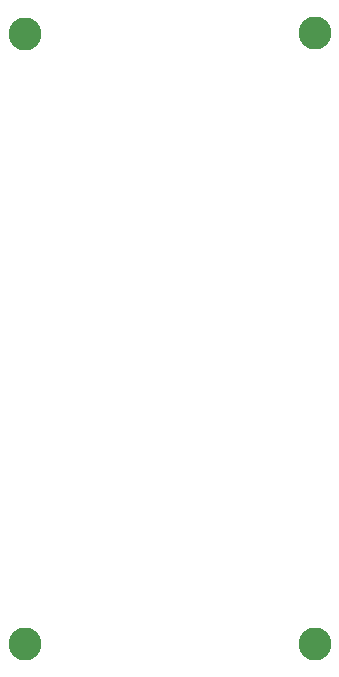
<source format=gbr>
%TF.GenerationSoftware,KiCad,Pcbnew,7.0.2*%
%TF.CreationDate,2023-10-04T18:59:29-06:00*%
%TF.ProjectId,micro-d-tes-aaray,6d696372-6f2d-4642-9d74-65732d616172,rev?*%
%TF.SameCoordinates,Original*%
%TF.FileFunction,Paste,Bot*%
%TF.FilePolarity,Positive*%
%FSLAX46Y46*%
G04 Gerber Fmt 4.6, Leading zero omitted, Abs format (unit mm)*
G04 Created by KiCad (PCBNEW 7.0.2) date 2023-10-04 18:59:29*
%MOMM*%
%LPD*%
G01*
G04 APERTURE LIST*
%ADD10C,2.800000*%
G04 APERTURE END LIST*
D10*
%TO.C,J99*%
X30025000Y-5864500D03*
X5475000Y-5924500D03*
%TD*%
%TO.C,J26*%
X5475000Y-57634500D03*
X30025000Y-57574500D03*
%TD*%
M02*

</source>
